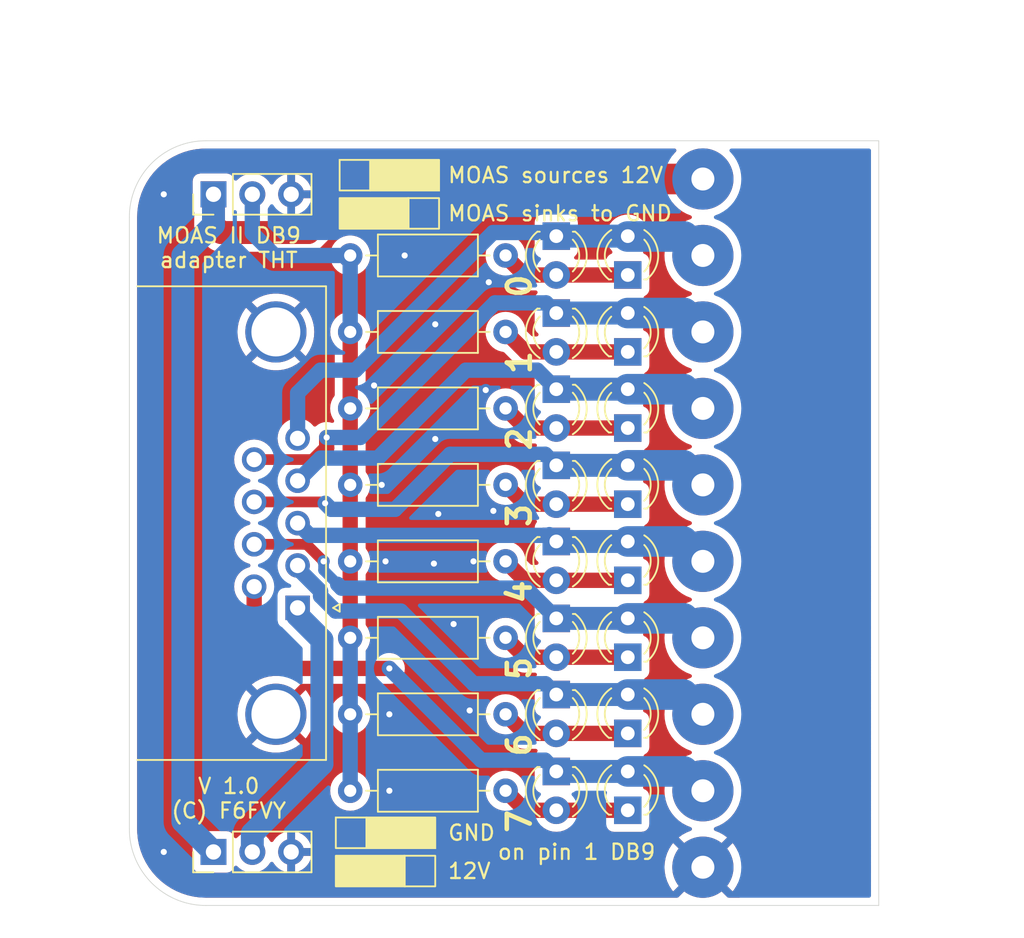
<source format=kicad_pcb>
(kicad_pcb (version 20201002) (generator pcbnew)
  (layers (0 "F.Cu" signal) (31 "B.Cu" signal) (34 "B.Paste" user) (35 "F.Paste" user) (36 "B.SilkS" user "B.Silkscreen") (37 "F.SilkS" user "F.Silkscreen") (38 "B.Mask" user) (39 "F.Mask" user) (44 "Edge.Cuts" user))
  (net 0 "")
  (net 1 "Net-(D1-Pad2)")
  (net 2 "Net-(D1-Pad1)")
  (net 3 "Net-(D10-Pad1)")
  (net 4 "Net-(D10-Pad2)")
  (net 5 "Net-(D11-Pad1)")
  (net 6 "Net-(D11-Pad2)")
  (net 7 "Net-(D12-Pad1)")
  (net 8 "Net-(D12-Pad2)")
  (net 9 "Net-(D13-Pad1)")
  (net 10 "Net-(D13-Pad2)")
  (net 11 "Net-(D14-Pad1)")
  (net 12 "Net-(D14-Pad2)")
  (net 13 "Net-(D15-Pad1)")
  (net 14 "Net-(D15-Pad2)")
  (net 15 "Net-(D16-Pad1)")
  (net 16 "Net-(D16-Pad2)")
  (net 17 "+12V")
  (net 18 "GND")
  (net 19 "Net-(J11-Pad2)")
  (net 20 "Net-(J12-Pad2)")
  (module "LED_THT:LED_D3.0mm" (layer "F.Cu") (at 132.588 58.7756 90)
    (fp_text reference "D9" hide)
    (fp_text value "LED")
    (fp_line (start -0.29 1.08) (end -0.29 1.236) (layer "F.SilkS") (width 0.12))
    (fp_line (start -0.29 -1.236) (end -0.29 -1.08) (layer "F.SilkS") (width 0.12))
    (fp_arc (start 1.27 0) (end -0.29 -1.235516) (angle 108.8) (layer "F.SilkS") (width 0.12))
    (fp_arc (start 1.27 0) (end 0.229039 1.08) (angle -87.9) (layer "F.SilkS") (width 0.12))
    (fp_arc (start 1.27 0) (end -0.29 1.235516) (angle -108.8) (layer "F.SilkS") (width 0.12))
    (fp_arc (start 1.27 0) (end 0.229039 -1.08) (angle 87.9) (layer "F.SilkS") (width 0.12))
    (pad "1" thru_hole rect (at 0 0 90) (size 1.8 1.8) (drill 0.9) (layers *.Cu *.Mask) (net 1 "Net-(D1-Pad2)"))
    (pad "2" thru_hole circle (at 2.54 0 90) (size 1.8 1.8) (drill 0.9) (layers *.Cu *.Mask) (net 2 "Net-(D1-Pad1)"))
  )
  (module "Resistor_THT:R_Axial_DIN0207_L6.3mm_D2.5mm_P10.16mm_Horizontal" (layer "F.Cu") (at 124.6 82.5 180)
    (fp_text reference "R6" hide)
    (fp_text value "4k7")
    (fp_line (start 8.35 1.37) (end 8.35 -1.37) (layer "F.SilkS") (width 0.12))
    (fp_line (start 1.81 1.37) (end 8.35 1.37) (layer "F.SilkS") (width 0.12))
    (fp_line (start 1.04 0) (end 1.81 0) (layer "F.SilkS") (width 0.12))
    (fp_line (start 1.81 -1.37) (end 1.81 1.37) (layer "F.SilkS") (width 0.12))
    (fp_line (start 9.12 0) (end 8.35 0) (layer "F.SilkS") (width 0.12))
    (fp_line (start 8.35 -1.37) (end 1.81 -1.37) (layer "F.SilkS") (width 0.12))
    (pad "1" thru_hole circle (at 0 0 180) (size 1.6 1.6) (drill 0.8) (layers *.Cu *.Mask) (net 11 "Net-(D14-Pad1)"))
    (pad "2" thru_hole oval (at 10.16 0 180) (size 1.6 1.6) (drill 0.8) (layers *.Cu *.Mask) (net 19 "Net-(J11-Pad2)"))
  )
  (module "Connector_Wire:SolderWirePad_1x01_Drill1.5mm" (layer "F.Cu") (at 137.5 77.5)
    (fp_text reference "J6" hide)
    (fp_text value "Conn_01x01")
    (pad "1" thru_hole circle (at 0 0) (size 4.0005 4.0005) (drill 1.50114) (layers *.Cu *.Mask) (net 10 "Net-(D13-Pad2)"))
  )
  (module "LED_THT:LED_D3.0mm" (layer "F.Cu") (at 132.588 83.7692 90)
    (fp_text reference "D14" hide)
    (fp_text value "LED")
    (fp_line (start -0.29 -1.236) (end -0.29 -1.08) (layer "F.SilkS") (width 0.12))
    (fp_line (start -0.29 1.08) (end -0.29 1.236) (layer "F.SilkS") (width 0.12))
    (fp_arc (start 1.27 0) (end -0.29 -1.235516) (angle 108.8) (layer "F.SilkS") (width 0.12))
    (fp_arc (start 1.27 0) (end -0.29 1.235516) (angle -108.8) (layer "F.SilkS") (width 0.12))
    (fp_arc (start 1.27 0) (end 0.229039 -1.08) (angle 87.9) (layer "F.SilkS") (width 0.12))
    (fp_arc (start 1.27 0) (end 0.229039 1.08) (angle -87.9) (layer "F.SilkS") (width 0.12))
    (pad "1" thru_hole rect (at 0 0 90) (size 1.8 1.8) (drill 0.9) (layers *.Cu *.Mask) (net 11 "Net-(D14-Pad1)"))
    (pad "2" thru_hole circle (at 2.54 0 90) (size 1.8 1.8) (drill 0.9) (layers *.Cu *.Mask) (net 12 "Net-(D14-Pad2)"))
  )
  (module "Connector_Wire:SolderWirePad_1x01_Drill1.5mm" (layer "F.Cu") (at 137.5 52.5)
    (fp_text reference "J1" hide)
    (fp_text value "Conn_01x01")
    (pad "1" thru_hole circle (at 0 0) (size 4.0005 4.0005) (drill 1.50114) (layers *.Cu *.Mask) (net 17 "+12V"))
  )
  (module "LED_THT:LED_D3.0mm" (layer "F.Cu") (at 127.9144 91.2368 -90)
    (fp_text reference "D8" hide)
    (fp_text value "LED")
    (fp_line (start -0.29 -1.236) (end -0.29 -1.08) (layer "F.SilkS") (width 0.12))
    (fp_line (start -0.29 1.08) (end -0.29 1.236) (layer "F.SilkS") (width 0.12))
    (fp_arc (start 1.27 0) (end -0.29 1.235516) (angle -108.8) (layer "F.SilkS") (width 0.12))
    (fp_arc (start 1.27 0) (end 0.229039 -1.08) (angle 87.9) (layer "F.SilkS") (width 0.12))
    (fp_arc (start 1.27 0) (end 0.229039 1.08) (angle -87.9) (layer "F.SilkS") (width 0.12))
    (fp_arc (start 1.27 0) (end -0.29 -1.235516) (angle 108.8) (layer "F.SilkS") (width 0.12))
    (pad "1" thru_hole rect (at 0 0 270) (size 1.8 1.8) (drill 0.9) (layers *.Cu *.Mask) (net 16 "Net-(D16-Pad2)"))
    (pad "2" thru_hole circle (at 2.54 0 270) (size 1.8 1.8) (drill 0.9) (layers *.Cu *.Mask) (net 15 "Net-(D16-Pad1)"))
  )
  (module "LED_THT:LED_D3.0mm" (layer "F.Cu") (at 132.588 73.7616 90)
    (fp_text reference "D12" hide)
    (fp_text value "LED")
    (fp_line (start -0.29 1.08) (end -0.29 1.236) (layer "F.SilkS") (width 0.12))
    (fp_line (start -0.29 -1.236) (end -0.29 -1.08) (layer "F.SilkS") (width 0.12))
    (fp_arc (start 1.27 0) (end 0.229039 1.08) (angle -87.9) (layer "F.SilkS") (width 0.12))
    (fp_arc (start 1.27 0) (end -0.29 1.235516) (angle -108.8) (layer "F.SilkS") (width 0.12))
    (fp_arc (start 1.27 0) (end -0.29 -1.235516) (angle 108.8) (layer "F.SilkS") (width 0.12))
    (fp_arc (start 1.27 0) (end 0.229039 -1.08) (angle 87.9) (layer "F.SilkS") (width 0.12))
    (pad "1" thru_hole rect (at 0 0 90) (size 1.8 1.8) (drill 0.9) (layers *.Cu *.Mask) (net 7 "Net-(D12-Pad1)"))
    (pad "2" thru_hole circle (at 2.54 0 90) (size 1.8 1.8) (drill 0.9) (layers *.Cu *.Mask) (net 8 "Net-(D12-Pad2)"))
  )
  (module "LED_THT:LED_D3.0mm" (layer "F.Cu") (at 127.9144 71.2216 -90)
    (fp_text reference "D4" hide)
    (fp_text value "LED")
    (fp_line (start -0.29 1.08) (end -0.29 1.236) (layer "F.SilkS") (width 0.12))
    (fp_line (start -0.29 -1.236) (end -0.29 -1.08) (layer "F.SilkS") (width 0.12))
    (fp_arc (start 1.27 0) (end 0.229039 1.08) (angle -87.9) (layer "F.SilkS") (width 0.12))
    (fp_arc (start 1.27 0) (end -0.29 1.235516) (angle -108.8) (layer "F.SilkS") (width 0.12))
    (fp_arc (start 1.27 0) (end 0.229039 -1.08) (angle 87.9) (layer "F.SilkS") (width 0.12))
    (fp_arc (start 1.27 0) (end -0.29 -1.235516) (angle 108.8) (layer "F.SilkS") (width 0.12))
    (pad "1" thru_hole rect (at 0 0 270) (size 1.8 1.8) (drill 0.9) (layers *.Cu *.Mask) (net 8 "Net-(D12-Pad2)"))
    (pad "2" thru_hole circle (at 2.54 0 270) (size 1.8 1.8) (drill 0.9) (layers *.Cu *.Mask) (net 7 "Net-(D12-Pad1)"))
  )
  (module "Connector_Wire:SolderWirePad_1x01_Drill1.5mm" (layer "F.Cu") (at 137.5 87.5)
    (fp_text reference "J8" hide)
    (fp_text value "Conn_01x01")
    (pad "1" thru_hole circle (at 0 0) (size 4.0005 4.0005) (drill 1.50114) (layers *.Cu *.Mask) (net 14 "Net-(D15-Pad2)"))
  )
  (module "Resistor_THT:R_Axial_DIN0207_L6.3mm_D2.5mm_P10.16mm_Horizontal" (layer "F.Cu") (at 124.6 92.5 180)
    (fp_text reference "R8" hide)
    (fp_text value "4k7")
    (fp_line (start 1.81 -1.37) (end 1.81 1.37) (layer "F.SilkS") (width 0.12))
    (fp_line (start 8.35 1.37) (end 8.35 -1.37) (layer "F.SilkS") (width 0.12))
    (fp_line (start 8.35 -1.37) (end 1.81 -1.37) (layer "F.SilkS") (width 0.12))
    (fp_line (start 1.81 1.37) (end 8.35 1.37) (layer "F.SilkS") (width 0.12))
    (fp_line (start 1.04 0) (end 1.81 0) (layer "F.SilkS") (width 0.12))
    (fp_line (start 9.12 0) (end 8.35 0) (layer "F.SilkS") (width 0.12))
    (pad "1" thru_hole circle (at 0 0 180) (size 1.6 1.6) (drill 0.8) (layers *.Cu *.Mask) (net 15 "Net-(D16-Pad1)"))
    (pad "2" thru_hole oval (at 10.16 0 180) (size 1.6 1.6) (drill 0.8) (layers *.Cu *.Mask) (net 19 "Net-(J11-Pad2)"))
  )
  (module "LED_THT:LED_D3.0mm" (layer "F.Cu") (at 132.588 78.74 90)
    (fp_text reference "D13" hide)
    (fp_text value "LED")
    (fp_line (start -0.29 -1.236) (end -0.29 -1.08) (layer "F.SilkS") (width 0.12))
    (fp_line (start -0.29 1.08) (end -0.29 1.236) (layer "F.SilkS") (width 0.12))
    (fp_arc (start 1.27 0) (end -0.29 1.235516) (angle -108.8) (layer "F.SilkS") (width 0.12))
    (fp_arc (start 1.27 0) (end 0.229039 -1.08) (angle 87.9) (layer "F.SilkS") (width 0.12))
    (fp_arc (start 1.27 0) (end -0.29 -1.235516) (angle 108.8) (layer "F.SilkS") (width 0.12))
    (fp_arc (start 1.27 0) (end 0.229039 1.08) (angle -87.9) (layer "F.SilkS") (width 0.12))
    (pad "1" thru_hole rect (at 0 0 90) (size 1.8 1.8) (drill 0.9) (layers *.Cu *.Mask) (net 9 "Net-(D13-Pad1)"))
    (pad "2" thru_hole circle (at 2.54 0 90) (size 1.8 1.8) (drill 0.9) (layers *.Cu *.Mask) (net 10 "Net-(D13-Pad2)"))
  )
  (module "LED_THT:LED_D3.0mm" (layer "F.Cu") (at 127.9144 66.2432 -90)
    (fp_text reference "D3" hide)
    (fp_text value "LED")
    (fp_line (start -0.29 1.08) (end -0.29 1.236) (layer "F.SilkS") (width 0.12))
    (fp_line (start -0.29 -1.236) (end -0.29 -1.08) (layer "F.SilkS") (width 0.12))
    (fp_arc (start 1.27 0) (end 0.229039 -1.08) (angle 87.9) (layer "F.SilkS") (width 0.12))
    (fp_arc (start 1.27 0) (end -0.29 1.235516) (angle -108.8) (layer "F.SilkS") (width 0.12))
    (fp_arc (start 1.27 0) (end 0.229039 1.08) (angle -87.9) (layer "F.SilkS") (width 0.12))
    (fp_arc (start 1.27 0) (end -0.29 -1.235516) (angle 108.8) (layer "F.SilkS") (width 0.12))
    (pad "1" thru_hole rect (at 0 0 270) (size 1.8 1.8) (drill 0.9) (layers *.Cu *.Mask) (net 6 "Net-(D11-Pad2)"))
    (pad "2" thru_hole circle (at 2.54 0 270) (size 1.8 1.8) (drill 0.9) (layers *.Cu *.Mask) (net 5 "Net-(D11-Pad1)"))
  )
  (module "Resistor_THT:R_Axial_DIN0207_L6.3mm_D2.5mm_P10.16mm_Horizontal" (layer "F.Cu") (at 124.6 62.5 180)
    (fp_text reference "R2" hide)
    (fp_text value "4k7")
    (fp_line (start 8.35 -1.37) (end 1.81 -1.37) (layer "F.SilkS") (width 0.12))
    (fp_line (start 1.04 0) (end 1.81 0) (layer "F.SilkS") (width 0.12))
    (fp_line (start 8.35 1.37) (end 8.35 -1.37) (layer "F.SilkS") (width 0.12))
    (fp_line (start 1.81 -1.37) (end 1.81 1.37) (layer "F.SilkS") (width 0.12))
    (fp_line (start 1.81 1.37) (end 8.35 1.37) (layer "F.SilkS") (width 0.12))
    (fp_line (start 9.12 0) (end 8.35 0) (layer "F.SilkS") (width 0.12))
    (pad "1" thru_hole circle (at 0 0 180) (size 1.6 1.6) (drill 0.8) (layers *.Cu *.Mask) (net 3 "Net-(D10-Pad1)"))
    (pad "2" thru_hole oval (at 10.16 0 180) (size 1.6 1.6) (drill 0.8) (layers *.Cu *.Mask) (net 19 "Net-(J11-Pad2)"))
  )
  (module "Connector_Wire:SolderWirePad_1x01_Drill1.5mm" (layer "F.Cu") (at 137.5 92.5)
    (fp_text reference "J9" hide)
    (fp_text value "Conn_01x01")
    (pad "1" thru_hole circle (at 0 0) (size 4.0005 4.0005) (drill 1.50114) (layers *.Cu *.Mask) (net 16 "Net-(D16-Pad2)"))
  )
  (module "Connector_Wire:SolderWirePad_1x01_Drill1.5mm" (layer "F.Cu") (at 137.5 67.5)
    (fp_text reference "J4" hide)
    (fp_text value "Conn_01x01")
    (pad "1" thru_hole circle (at 0 0) (size 4.0005 4.0005) (drill 1.50114) (layers *.Cu *.Mask) (net 6 "Net-(D11-Pad2)"))
  )
  (module "Connector_Wire:SolderWirePad_1x01_Drill1.5mm" (layer "F.Cu") (at 137.5 72.5)
    (fp_text reference "J5" hide)
    (fp_text value "Conn_01x01")
    (pad "1" thru_hole circle (at 0 0) (size 4.0005 4.0005) (drill 1.50114) (layers *.Cu *.Mask) (net 8 "Net-(D12-Pad2)"))
  )
  (module "Resistor_THT:R_Axial_DIN0207_L6.3mm_D2.5mm_P10.16mm_Horizontal" (layer "F.Cu") (at 124.6 67.5 180)
    (fp_text reference "R3" hide)
    (fp_text value "4k7")
    (fp_line (start 8.35 -1.37) (end 1.81 -1.37) (layer "F.SilkS") (width 0.12))
    (fp_line (start 9.12 0) (end 8.35 0) (layer "F.SilkS") (width 0.12))
    (fp_line (start 1.81 1.37) (end 8.35 1.37) (layer "F.SilkS") (width 0.12))
    (fp_line (start 1.81 -1.37) (end 1.81 1.37) (layer "F.SilkS") (width 0.12))
    (fp_line (start 8.35 1.37) (end 8.35 -1.37) (layer "F.SilkS") (width 0.12))
    (fp_line (start 1.04 0) (end 1.81 0) (layer "F.SilkS") (width 0.12))
    (pad "1" thru_hole circle (at 0 0 180) (size 1.6 1.6) (drill 0.8) (layers *.Cu *.Mask) (net 5 "Net-(D11-Pad1)"))
    (pad "2" thru_hole oval (at 10.16 0 180) (size 1.6 1.6) (drill 0.8) (layers *.Cu *.Mask) (net 19 "Net-(J11-Pad2)"))
  )
  (module "LED_THT:LED_D3.0mm" (layer "F.Cu") (at 127.9144 86.2076 -90)
    (fp_text reference "D7" hide)
    (fp_text value "LED")
    (fp_line (start -0.29 1.08) (end -0.29 1.236) (layer "F.SilkS") (width 0.12))
    (fp_line (start -0.29 -1.236) (end -0.29 -1.08) (layer "F.SilkS") (width 0.12))
    (fp_arc (start 1.27 0) (end 0.229039 -1.08) (angle 87.9) (layer "F.SilkS") (width 0.12))
    (fp_arc (start 1.27 0) (end -0.29 1.235516) (angle -108.8) (layer "F.SilkS") (width 0.12))
    (fp_arc (start 1.27 0) (end -0.29 -1.235516) (angle 108.8) (layer "F.SilkS") (width 0.12))
    (fp_arc (start 1.27 0) (end 0.229039 1.08) (angle -87.9) (layer "F.SilkS") (width 0.12))
    (pad "1" thru_hole rect (at 0 0 270) (size 1.8 1.8) (drill 0.9) (layers *.Cu *.Mask) (net 14 "Net-(D15-Pad2)"))
    (pad "2" thru_hole circle (at 2.54 0 270) (size 1.8 1.8) (drill 0.9) (layers *.Cu *.Mask) (net 13 "Net-(D15-Pad1)"))
  )
  (module "Resistor_THT:R_Axial_DIN0207_L6.3mm_D2.5mm_P10.16mm_Horizontal" (layer "F.Cu") (at 124.6 72.5 180)
    (fp_text reference "R4" hide)
    (fp_text value "4k7")
    (fp_line (start 1.81 -1.37) (end 1.81 1.37) (layer "F.SilkS") (width 0.12))
    (fp_line (start 9.12 0) (end 8.35 0) (layer "F.SilkS") (width 0.12))
    (fp_line (start 8.35 -1.37) (end 1.81 -1.37) (layer "F.SilkS") (width 0.12))
    (fp_line (start 1.81 1.37) (end 8.35 1.37) (layer "F.SilkS") (width 0.12))
    (fp_line (start 8.35 1.37) (end 8.35 -1.37) (layer "F.SilkS") (width 0.12))
    (fp_line (start 1.04 0) (end 1.81 0) (layer "F.SilkS") (width 0.12))
    (pad "1" thru_hole circle (at 0 0 180) (size 1.6 1.6) (drill 0.8) (layers *.Cu *.Mask) (net 7 "Net-(D12-Pad1)"))
    (pad "2" thru_hole oval (at 10.16 0 180) (size 1.6 1.6) (drill 0.8) (layers *.Cu *.Mask) (net 19 "Net-(J11-Pad2)"))
  )
  (module "Connector_Wire:SolderWirePad_1x01_Drill1.5mm" (layer "F.Cu") (at 137.5 62.5)
    (fp_text reference "J3" hide)
    (fp_text value "Conn_01x01")
    (pad "1" thru_hole circle (at 0 0) (size 4.0005 4.0005) (drill 1.50114) (layers *.Cu *.Mask) (net 4 "Net-(D10-Pad2)"))
  )
  (module "LED_THT:LED_D3.0mm" (layer "F.Cu") (at 127.9144 81.2292 -90)
    (fp_text reference "D6" hide)
    (fp_text value "LED")
    (fp_line (start -0.29 -1.236) (end -0.29 -1.08) (layer "F.SilkS") (width 0.12))
    (fp_line (start -0.29 1.08) (end -0.29 1.236) (layer "F.SilkS") (width 0.12))
    (fp_arc (start 1.27 0) (end 0.229039 1.08) (angle -87.9) (layer "F.SilkS") (width 0.12))
    (fp_arc (start 1.27 0) (end 0.229039 -1.08) (angle 87.9) (layer "F.SilkS") (width 0.12))
    (fp_arc (start 1.27 0) (end -0.29 1.235516) (angle -108.8) (layer "F.SilkS") (width 0.12))
    (fp_arc (start 1.27 0) (end -0.29 -1.235516) (angle 108.8) (layer "F.SilkS") (width 0.12))
    (pad "1" thru_hole rect (at 0 0 270) (size 1.8 1.8) (drill 0.9) (layers *.Cu *.Mask) (net 12 "Net-(D14-Pad2)"))
    (pad "2" thru_hole circle (at 2.54 0 270) (size 1.8 1.8) (drill 0.9) (layers *.Cu *.Mask) (net 11 "Net-(D14-Pad1)"))
  )
  (module "LED_THT:LED_D3.0mm" (layer "F.Cu") (at 132.588 63.8048 90)
    (fp_text reference "D10" hide)
    (fp_text value "LED")
    (fp_line (start -0.29 1.08) (end -0.29 1.236) (layer "F.SilkS") (width 0.12))
    (fp_line (start -0.29 -1.236) (end -0.29 -1.08) (layer "F.SilkS") (width 0.12))
    (fp_arc (start 1.27 0) (end -0.29 1.235516) (angle -108.8) (layer "F.SilkS") (width 0.12))
    (fp_arc (start 1.27 0) (end -0.29 -1.235516) (angle 108.8) (layer "F.SilkS") (width 0.12))
    (fp_arc (start 1.27 0) (end 0.229039 -1.08) (angle 87.9) (layer "F.SilkS") (width 0.12))
    (fp_arc (start 1.27 0) (end 0.229039 1.08) (angle -87.9) (layer "F.SilkS") (width 0.12))
    (pad "1" thru_hole rect (at 0 0 90) (size 1.8 1.8) (drill 0.9) (layers *.Cu *.Mask) (net 3 "Net-(D10-Pad1)"))
    (pad "2" thru_hole circle (at 2.54 0 90) (size 1.8 1.8) (drill 0.9) (layers *.Cu *.Mask) (net 4 "Net-(D10-Pad2)"))
  )
  (module "LED_THT:LED_D3.0mm" (layer "F.Cu") (at 127.9144 76.2 -90)
    (fp_text reference "D5" hide)
    (fp_text value "LED")
    (fp_line (start -0.29 1.08) (end -0.29 1.236) (layer "F.SilkS") (width 0.12))
    (fp_line (start -0.29 -1.236) (end -0.29 -1.08) (layer "F.SilkS") (width 0.12))
    (fp_arc (start 1.27 0) (end 0.229039 -1.08) (angle 87.9) (layer "F.SilkS") (width 0.12))
    (fp_arc (start 1.27 0) (end 0.229039 1.08) (angle -87.9) (layer "F.SilkS") (width 0.12))
    (fp_arc (start 1.27 0) (end -0.29 1.235516) (angle -108.8) (layer "F.SilkS") (width 0.12))
    (fp_arc (start 1.27 0) (end -0.29 -1.235516) (angle 108.8) (layer "F.SilkS") (width 0.12))
    (pad "1" thru_hole rect (at 0 0 270) (size 1.8 1.8) (drill 0.9) (layers *.Cu *.Mask) (net 10 "Net-(D13-Pad2)"))
    (pad "2" thru_hole circle (at 2.54 0 270) (size 1.8 1.8) (drill 0.9) (layers *.Cu *.Mask) (net 9 "Net-(D13-Pad1)"))
  )
  (module "LED_THT:LED_D3.0mm" (layer "F.Cu") (at 127.9144 56.2356 -90)
    (fp_text reference "D1" hide)
    (fp_text value "LED")
    (fp_line (start -0.29 1.08) (end -0.29 1.236) (layer "F.SilkS") (width 0.12))
    (fp_line (start -0.29 -1.236) (end -0.29 -1.08) (layer "F.SilkS") (width 0.12))
    (fp_arc (start 1.27 0) (end -0.29 -1.235516) (angle 108.8) (layer "F.SilkS") (width 0.12))
    (fp_arc (start 1.27 0) (end -0.29 1.235516) (angle -108.8) (layer "F.SilkS") (width 0.12))
    (fp_arc (start 1.27 0) (end 0.229039 1.08) (angle -87.9) (layer "F.SilkS") (width 0.12))
    (fp_arc (start 1.27 0) (end 0.229039 -1.08) (angle 87.9) (layer "F.SilkS") (width 0.12))
    (pad "1" thru_hole rect (at 0 0 270) (size 1.8 1.8) (drill 0.9) (layers *.Cu *.Mask) (net 2 "Net-(D1-Pad1)"))
    (pad "2" thru_hole circle (at 2.54 0 270) (size 1.8 1.8) (drill 0.9) (layers *.Cu *.Mask) (net 1 "Net-(D1-Pad2)"))
  )
  (module "Connector_Dsub:DSUB-9_Female_Horizontal_P2.77x2.84mm_EdgePinOffset7.70mm_Housed_MountingHolesOffset9.12mm" (layer "F.Cu") (at 111 80.54 -90)
    (fp_text reference "J13" hide)
    (fp_text value "DB9_Female_MountingHoles")
    (fp_line (start 0.25 -2.754338) (end 0 -2.321325) (layer "F.SilkS") (width 0.12))
    (fp_line (start 0 -2.321325) (end -0.25 -2.754338) (layer "F.SilkS") (width 0.12))
    (fp_line (start -0.25 -2.754338) (end 0.25 -2.754338) (layer "F.SilkS") (width 0.12))
    (fp_line (start -21.025 10.48) (end -21.025 -1.86) (layer "F.SilkS") (width 0.12))
    (fp_line (start -21.025 -1.86) (end 9.945 -1.86) (layer "F.SilkS") (width 0.12))
    (fp_line (start 9.945 -1.86) (end 9.945 10.48) (layer "F.SilkS") (width 0.12))
    (pad "0" thru_hole circle (at -18.04 1.42 270) (size 4 4) (drill 3.2) (layers *.Cu *.Mask) (net 18 "GND"))
    (pad "0" thru_hole circle (at 6.96 1.42 270) (size 4 4) (drill 3.2) (layers *.Cu *.Mask) (net 18 "GND"))
    (pad "1" thru_hole rect (at 0 0 270) (size 1.6 1.6) (drill 1) (layers *.Cu *.Mask) (net 20 "Net-(J12-Pad2)"))
    (pad "2" thru_hole circle (at -2.77 0 270) (size 1.6 1.6) (drill 1) (layers *.Cu *.Mask) (net 14 "Net-(D15-Pad2)"))
    (pad "3" thru_hole circle (at -5.54 0 270) (size 1.6 1.6) (drill 1) (layers *.Cu *.Mask) (net 10 "Net-(D13-Pad2)"))
    (pad "4" thru_hole circle (at -8.31 0 270) (size 1.6 1.6) (drill 1) (layers *.Cu *.Mask) (net 6 "Net-(D11-Pad2)"))
    (pad "5" thru_hole circle (at -11.08 0 270) (size 1.6 1.6) (drill 1) (layers *.Cu *.Mask) (net 2 "Net-(D1-Pad1)"))
    (pad "6" thru_hole circle (at -1.385 2.84 270) (size 1.6 1.6) (drill 1) (layers *.Cu *.Mask) (net 16 "Net-(D16-Pad2)"))
    (pad "7" thru_hole circle (at -4.155 2.84 270) (size 1.6 1.6) (drill 1) (layers *.Cu *.Mask) (net 12 "Net-(D14-Pad2)"))
    (pad "8" thru_hole circle (at -6.925 2.84 270) (size 1.6 1.6) (drill 1) (layers *.Cu *.Mask) (net 8 "Net-(D12-Pad2)"))
    (pad "9" thru_hole circle (at -9.695 2.84 270) (size 1.6 1.6) (drill 1) (layers *.Cu *.Mask) (net 4 "Net-(D10-Pad2)"))
  )
  (module "Resistor_THT:R_Axial_DIN0207_L6.3mm_D2.5mm_P10.16mm_Horizontal" (layer "F.Cu") (at 124.6 87.5 180)
    (fp_text reference "R7" hide)
    (fp_text value "4k7")
    (fp_line (start 1.81 1.37) (end 8.35 1.37) (layer "F.SilkS") (width 0.12))
    (fp_line (start 1.81 -1.37) (end 1.81 1.37) (layer "F.SilkS") (width 0.12))
    (fp_line (start 1.04 0) (end 1.81 0) (layer "F.SilkS") (width 0.12))
    (fp_line (start 8.35 1.37) (end 8.35 -1.37) (layer "F.SilkS") (width 0.12))
    (fp_line (start 8.35 -1.37) (end 1.81 -1.37) (layer "F.SilkS") (width 0.12))
    (fp_line (start 9.12 0) (end 8.35 0) (layer "F.SilkS") (width 0.12))
    (pad "1" thru_hole circle (at 0 0 180) (size 1.6 1.6) (drill 0.8) (layers *.Cu *.Mask) (net 13 "Net-(D15-Pad1)"))
    (pad "2" thru_hole oval (at 10.16 0 180) (size 1.6 1.6) (drill 0.8) (layers *.Cu *.Mask) (net 19 "Net-(J11-Pad2)"))
  )
  (module "LED_THT:LED_D3.0mm" (layer "F.Cu") (at 132.588 88.7476 90)
    (fp_text reference "D15" hide)
    (fp_text value "LED")
    (fp_line (start -0.29 -1.236) (end -0.29 -1.08) (layer "F.SilkS") (width 0.12))
    (fp_line (start -0.29 1.08) (end -0.29 1.236) (layer "F.SilkS") (width 0.12))
    (fp_arc (start 1.27 0) (end 0.229039 1.08) (angle -87.9) (layer "F.SilkS") (width 0.12))
    (fp_arc (start 1.27 0) (end -0.29 1.235516) (angle -108.8) (layer "F.SilkS") (width 0.12))
    (fp_arc (start 1.27 0) (end -0.29 -1.235516) (angle 108.8) (layer "F.SilkS") (width 0.12))
    (fp_arc (start 1.27 0) (end 0.229039 -1.08) (angle 87.9) (layer "F.SilkS") (width 0.12))
    (pad "1" thru_hole rect (at 0 0 90) (size 1.8 1.8) (drill 0.9) (layers *.Cu *.Mask) (net 13 "Net-(D15-Pad1)"))
    (pad "2" thru_hole circle (at 2.54 0 90) (size 1.8 1.8) (drill 0.9) (layers *.Cu *.Mask) (net 14 "Net-(D15-Pad2)"))
  )
  (module "LED_THT:LED_D3.0mm" (layer "F.Cu") (at 132.588 93.7768 90)
    (fp_text reference "D16" hide)
    (fp_text value "LED")
    (fp_line (start -0.29 -1.236) (end -0.29 -1.08) (layer "F.SilkS") (width 0.12))
    (fp_line (start -0.29 1.08) (end -0.29 1.236) (layer "F.SilkS") (width 0.12))
    (fp_arc (start 1.27 0) (end -0.29 1.235516) (angle -108.8) (layer "F.SilkS") (width 0.12))
    (fp_arc (start 1.27 0) (end -0.29 -1.235516) (angle 108.8) (layer "F.SilkS") (width 0.12))
    (fp_arc (start 1.27 0) (end 0.229039 1.08) (angle -87.9) (layer "F.SilkS") (width 0.12))
    (fp_arc (start 1.27 0) (end 0.229039 -1.08) (angle 87.9) (layer "F.SilkS") (width 0.12))
    (pad "1" thru_hole rect (at 0 0 90) (size 1.8 1.8) (drill 0.9) (layers *.Cu *.Mask) (net 15 "Net-(D16-Pad1)"))
    (pad "2" thru_hole circle (at 2.54 0 90) (size 1.8 1.8) (drill 0.9) (layers *.Cu *.Mask) (net 16 "Net-(D16-Pad2)"))
  )
  (module "Connector_PinHeader_2.54mm:PinHeader_1x03_P2.54mm_Vertical" (layer "F.Cu") (at 105.5 96.5 90)
    (fp_text reference "J12" hide)
    (fp_text value "Conn_01x03")
    (fp_line (start -1.33 0) (end -1.33 -1.33) (layer "F.SilkS") (width 0.12))
    (fp_line (start -1.33 1.27) (end 1.33 1.27) (layer "F.SilkS") (width 0.12))
    (fp_line (start -1.33 1.27) (end -1.33 6.41) (layer "F.SilkS") (width 0.12))
    (fp_line (start -1.33 6.41) (end 1.33 6.41) (layer "F.SilkS") (width 0.12))
    (fp_line (start -1.33 -1.33) (end 0 -1.33) (layer "F.SilkS") (width 0.12))
    (fp_line (start 1.33 1.27) (end 1.33 6.41) (layer "F.SilkS") (width 0.12))
    (pad "1" thru_hole rect (at 0 0 90) (size 1.7 1.7) (drill 1) (layers *.Cu *.Mask) (net 17 "+12V"))
    (pad "2" thru_hole oval (at 0 2.54 90) (size 1.7 1.7) (drill 1) (layers *.Cu *.Mask) (net 20 "Net-(J12-Pad2)"))
    (pad "3" thru_hole oval (at 0 5.08 90) (size 1.7 1.7) (drill 1) (layers *.Cu *.Mask) (net 18 "GND"))
  )
  (module "LED_THT:LED_D3.0mm" (layer "F.Cu") (at 132.588 68.7832 90)
    (fp_text reference "D11" hide)
    (fp_text value "LED")
    (fp_line (start -0.29 1.08) (end -0.29 1.236) (layer "F.SilkS") (width 0.12))
    (fp_line (start -0.29 -1.236) (end -0.29 -1.08) (layer "F.SilkS") (width 0.12))
    (fp_arc (start 1.27 0) (end -0.29 -1.235516) (angle 108.8) (layer "F.SilkS") (width 0.12))
    (fp_arc (start 1.27 0) (end 0.229039 1.08) (angle -87.9) (layer "F.SilkS") (width 0.12))
    (fp_arc (start 1.27 0) (end 0.229039 -1.08) (angle 87.9) (layer "F.SilkS") (width 0.12))
    (fp_arc (start 1.27 0) (end -0.29 1.235516) (angle -108.8) (layer "F.SilkS") (width 0.12))
    (pad "1" thru_hole rect (at 0 0 90) (size 1.8 1.8) (drill 0.9) (layers *.Cu *.Mask) (net 5 "Net-(D11-Pad1)"))
    (pad "2" thru_hole circle (at 2.54 0 90) (size 1.8 1.8) (drill 0.9) (layers *.Cu *.Mask) (net 6 "Net-(D11-Pad2)"))
  )
  (module "Connector_PinHeader_2.54mm:PinHeader_1x03_P2.54mm_Vertical" (layer "F.Cu") (at 105.5 53.5 90)
    (fp_text reference "J11" hide)
    (fp_text value "Conn_01x03")
    (fp_line (start -1.33 -1.33) (end 0 -1.33) (layer "F.SilkS") (width 0.12))
    (fp_line (start 1.33 1.27) (end 1.33 6.41) (layer "F.SilkS") (width 0.12))
    (fp_line (start -1.33 0) (end -1.33 -1.33) (layer "F.SilkS") (width 0.12))
    (fp_line (start -1.33 1.27) (end 1.33 1.27) (layer "F.SilkS") (width 0.12))
    (fp_line (start -1.33 6.41) (end 1.33 6.41) (layer "F.SilkS") (width 0.12))
    (fp_line (start -1.33 1.27) (end -1.33 6.41) (layer "F.SilkS") (width 0.12))
    (pad "1" thru_hole rect (at 0 0 90) (size 1.7 1.7) (drill 1) (layers *.Cu *.Mask) (net 17 "+12V"))
    (pad "2" thru_hole oval (at 0 2.54 90) (size 1.7 1.7) (drill 1) (layers *.Cu *.Mask) (net 19 "Net-(J11-Pad2)"))
    (pad "3" thru_hole oval (at 0 5.08 90) (size 1.7 1.7) (drill 1) (layers *.Cu *.Mask) (net 18 "GND"))
  )
  (module "Resistor_THT:R_Axial_DIN0207_L6.3mm_D2.5mm_P10.16mm_Horizontal" (layer "F.Cu") (at 124.6 77.5 180)
    (fp_text reference "R5" hide)
    (fp_text value "4k7")
    (fp_line (start 1.04 0) (end 1.81 0) (layer "F.SilkS") (width 0.12))
    (fp_line (start 8.35 1.37) (end 8.35 -1.37) (layer "F.SilkS") (width 0.12))
    (fp_line (start 8.35 -1.37) (end 1.81 -1.37) (layer "F.SilkS") (width 0.12))
    (fp_line (start 9.12 0) (end 8.35 0) (layer "F.SilkS") (width 0.12))
    (fp_line (start 1.81 1.37) (end 8.35 1.37) (layer "F.SilkS") (width 0.12))
    (fp_line (start 1.81 -1.37) (end 1.81 1.37) (layer "F.SilkS") (width 0.12))
    (pad "1" thru_hole circle (at 0 0 180) (size 1.6 1.6) (drill 0.8) (layers *.Cu *.Mask) (net 9 "Net-(D13-Pad1)"))
    (pad "2" thru_hole oval (at 10.16 0 180) (size 1.6 1.6) (drill 0.8) (layers *.Cu *.Mask) (net 19 "Net-(J11-Pad2)"))
  )
  (module "Connector_Wire:SolderWirePad_1x01_Drill1.5mm" (layer "F.Cu") (at 137.5 82.5)
    (fp_text reference "J7" hide)
    (fp_text value "Conn_01x01")
    (pad "1" thru_hole circle (at 0 0) (size 4.0005 4.0005) (drill 1.50114) (layers *.Cu *.Mask) (net 12 "Net-(D14-Pad2)"))
  )
  (module "LED_THT:LED_D3.0mm" (layer "F.Cu") (at 127.9144 61.2648 -90)
    (fp_text reference "D2" hide)
    (fp_text value "LED")
    (fp_line (start -0.29 -1.236) (end -0.29 -1.08) (layer "F.SilkS") (width 0.12))
    (fp_line (start -0.29 1.08) (end -0.29 1.236) (layer "F.SilkS") (width 0.12))
    (fp_arc (start 1.27 0) (end 0.229039 -1.08) (angle 87.9) (layer "F.SilkS") (width 0.12))
    (fp_arc (start 1.27 0) (end -0.29 -1.235516) (angle 108.8) (layer "F.SilkS") (width 0.12))
    (fp_arc (start 1.27 0) (end 0.229039 1.08) (angle -87.9) (layer "F.SilkS") (width 0.12))
    (fp_arc (start 1.27 0) (end -0.29 1.235516) (angle -108.8) (layer "F.SilkS") (width 0.12))
    (pad "1" thru_hole rect (at 0 0 270) (size 1.8 1.8) (drill 0.9) (layers *.Cu *.Mask) (net 4 "Net-(D10-Pad2)"))
    (pad "2" thru_hole circle (at 2.54 0 270) (size 1.8 1.8) (drill 0.9) (layers *.Cu *.Mask) (net 3 "Net-(D10-Pad1)"))
  )
  (module "Connector_Wire:SolderWirePad_1x01_Drill1.5mm" (layer "F.Cu") (at 137.5 97.5)
    (fp_text reference "J10" hide)
    (fp_text value "Conn_01x01")
    (pad "1" thru_hole circle (at 0 0) (size 4.0005 4.0005) (drill 1.50114) (layers *.Cu *.Mask) (net 18 "GND"))
  )
  (module "Resistor_THT:R_Axial_DIN0207_L6.3mm_D2.5mm_P10.16mm_Horizontal" (layer "F.Cu") (at 124.6 57.5 180)
    (fp_text reference "R1" hide)
    (fp_text value "4k7")
    (fp_line (start 8.35 -1.37) (end 1.81 -1.37) (layer "F.SilkS") (width 0.12))
    (fp_line (start 1.81 1.37) (end 8.35 1.37) (layer "F.SilkS") (width 0.12))
    (fp_line (start 8.35 1.37) (end 8.35 -1.37) (layer "F.SilkS") (width 0.12))
    (fp_line (start 9.12 0) (end 8.35 0) (layer "F.SilkS") (width 0.12))
    (fp_line (start 1.04 0) (end 1.81 0) (layer "F.SilkS") (width 0.12))
    (fp_line (start 1.81 -1.37) (end 1.81 1.37) (layer "F.SilkS") (width 0.12))
    (pad "1" thru_hole circle (at 0 0 180) (size 1.6 1.6) (drill 0.8) (layers *.Cu *.Mask) (net 1 "Net-(D1-Pad2)"))
    (pad "2" thru_hole oval (at 10.16 0 180) (size 1.6 1.6) (drill 0.8) (layers *.Cu *.Mask) (net 19 "Net-(J11-Pad2)"))
  )
  (module "Connector_Wire:SolderWirePad_1x01_Drill1.5mm" (layer "F.Cu") (at 137.5 57.5)
    (fp_text reference "J2" hide)
    (fp_text value "Conn_01x01")
    (pad "1" thru_hole circle (at 0 0) (size 4.0005 4.0005) (drill 1.50114) (layers *.Cu *.Mask) (net 2 "Net-(D1-Pad1)"))
  )
  (gr_rect (start 113.75 51.25) (end 115.75 53.25) (layer "F.SilkS") (width 0.12))
  (gr_rect (start 118.25 53.75) (end 120.25 55.75) (layer "F.SilkS") (width 0.12))
  (gr_poly (pts (xy 118.25 55.75) (xy 113.75 55.75) (xy 113.75 53.75) (xy 118.25 53.75)) (layer "F.SilkS") (width 0.12))
  (gr_rect (start 118 96.75) (end 120 98.75) (layer "F.SilkS") (width 0.12))
  (gr_poly (pts (xy 120.25 53.25) (xy 115.75 53.25) (xy 115.75 51.25) (xy 120.25 51.25)) (layer "F.SilkS") (width 0.12))
  (gr_rect (start 113.5 94.25) (end 115.5 96.25) (layer "F.SilkS") (width 0.12))
  (gr_poly (pts (xy 118 98.75) (xy 113.5 98.75) (xy 113.5 96.75) (xy 118 96.75)) (layer "F.SilkS") (width 0.12))
  (gr_poly (pts (xy 120 96.25) (xy 115.5 96.25) (xy 115.5 94.25) (xy 120 94.25)) (layer "F.SilkS") (width 0.12))
  (gr_line (start 149 50) (end 149 100) (layer "Edge.Cuts") (width 0.05))
  (gr_arc (start 105 95) (end 100 95) (angle -90) (layer "Edge.Cuts") (width 0.05))
  (gr_line (start 149 100) (end 105 100) (layer "Edge.Cuts") (width 0.05))
  (gr_line (start 105 50) (end 149 50) (layer "Edge.Cuts") (width 0.05))
  (gr_arc (start 105 55) (end 105 50) (angle -90) (layer "Edge.Cuts") (width 0.05))
  (gr_line (start 100 55) (end 100 95) (layer "Edge.Cuts") (width 0.05))
  (gr_text "12V" (at 120.75 97.75) (layer "F.SilkS") (effects (font (size 1 1)) (justify left)))
  (gr_text "GND" (at 120.75 95.25) (layer "F.SilkS") (effects (font (size 1 1)) (justify left)))
  (gr_text "V 1.0\n(C) F6FVY" (at 106.5 93) (layer "F.SilkS") (effects (font (size 1 1))))
  (gr_text "1" (at 125.5 64.5 90) (layer "F.SilkS") (effects (font (size 1.5 1.5) (thickness 0.3))))
  (gr_text "2" (at 125.5 69.5 90) (layer "F.SilkS") (effects (font (size 1.5 1.5) (thickness 0.3))))
  (gr_text "MOAS II DB9\nadapter THT" (at 106.5 57) (layer "F.SilkS") (effects (font (size 1 1))))
  (gr_text "MOAS sinks to GND" (at 120.75 54.75) (layer "F.SilkS") (effects (font (size 1 1)) (justify left)))
  (gr_text "MOAS sources 12V" (at 120.75 52.25) (layer "F.SilkS") (effects (font (size 1 1)) (justify left)))
  (gr_text "0" (at 125.5 59.5 90) (layer "F.SilkS") (effects (font (size 1.5 1.5) (thickness 0.3))))
  (gr_text "5" (at 125.5 84.5 90) (layer "F.SilkS") (effects (font (size 1.5 1.5) (thickness 0.3))))
  (gr_text "3" (at 125.5 74.5 90) (layer "F.SilkS") (effects (font (size 1.5 1.5) (thickness 0.3))))
  (gr_text "on pin 1 DB9" (at 124 96.5) (layer "F.SilkS") (effects (font (size 1 1)) (justify left)))
  (gr_text "4" (at 125.5 79.5 90) (layer "F.SilkS") (effects (font (size 1.5 1.5) (thickness 0.3))))
  (gr_text "6" (at 125.5 89.5 90) (layer "F.SilkS") (effects (font (size 1.5 1.5) (thickness 0.3))))
  (gr_text "7" (at 125.5 94.5 90) (layer "F.SilkS") (effects (font (size 1.5 1.5) (thickness 0.3))))
  (segment (start 132.588 58.7756) (end 127.9144 58.7756) (width 1) (layer "F.Cu") (net 1))
  (segment (start 125.829316 58.7756) (end 124.6 57.546284) (width 1) (layer "F.Cu") (net 1))
  (segment (start 127.9144 58.7756) (end 125.829316 58.7756) (width 1) (layer "F.Cu") (net 1))
  (segment (start 124.6 57.546284) (end 124.6 57.5) (width 1) (layer "F.Cu") (net 1))
  (segment (start 111 66.5) (end 111 69.46) (width 1) (layer "B.Cu") (net 2))
  (segment (start 114.779998 65) (end 112.5 65) (width 1) (layer "B.Cu") (net 2))
  (segment (start 137.5 57.5) (end 136.261 56.261) (width 2) (layer "B.Cu") (net 2))
  (segment (start 112.5 65) (end 111 66.5) (width 1) (layer "B.Cu") (net 2))
  (segment (start 127.9144 56.2356) (end 127.678799 55.999999) (width 1) (layer "B.Cu") (net 2))
  (segment (start 127.678799 55.999999) (end 123.779999 55.999999) (width 1) (layer "B.Cu") (net 2))
  (segment (start 132.588 56.2356) (end 127.9144 56.2356) (width 1.5) (layer "B.Cu") (net 2))
  (segment (start 123.779999 55.999999) (end 114.779998 65) (width 1) (layer "B.Cu") (net 2))
  (segment (start 136.261 56.261) (end 132.588 56.261) (width 2) (layer "B.Cu") (net 2))
  (segment (start 125.9048 63.8048) (end 124.6 62.5) (width 1) (layer "F.Cu") (net 3))
  (segment (start 127.9144 63.8048) (end 125.9048 63.8048) (width 1) (layer "F.Cu") (net 3))
  (segment (start 132.588 63.8048) (end 127.9144 63.8048) (width 1) (layer "F.Cu") (net 3))
  (segment (start 112.9 70.1) (end 112.9 69.4) (width 1) (layer "F.Cu") (net 4))
  (segment (start 112.155 70.845) (end 112.9 70.1) (width 1) (layer "F.Cu") (net 4))
  (segment (start 108.16 70.845) (end 112.155 70.845) (width 0.7) (layer "F.Cu") (net 4))
  (via (at 112.9 69.4) (size 0.8) (drill 0.4) (layers "F.Cu" "B.Cu") (net 4))
  (segment (start 115.1 69.4) (end 112.9 69.4) (width 1) (layer "B.Cu") (net 4))
  (segment (start 123.9 60.6) (end 115.1 69.4) (width 1) (layer "B.Cu") (net 4))
  (segment (start 127.9144 61.2648) (end 127.2496 60.6) (width 1) (layer "B.Cu") (net 4))
  (segment (start 127.9144 61.2648) (end 132.588 61.2648) (width 1.5) (layer "B.Cu") (net 4))
  (segment (start 127.2496 60.6) (end 123.9 60.6) (width 1) (layer "B.Cu") (net 4))
  (segment (start 136.2648 61.2648) (end 137.5 62.5) (width 2) (layer "B.Cu") (net 4))
  (segment (start 132.588 61.2648) (end 136.2648 61.2648) (width 2) (layer "B.Cu") (net 4))
  (segment (start 132.588 68.7832) (end 127.9144 68.7832) (width 1) (layer "F.Cu") (net 5))
  (segment (start 124.6 67.5) (end 125.8832 68.7832) (width 1) (layer "F.Cu") (net 5))
  (segment (start 125.8832 68.7832) (end 127.9144 68.7832) (width 1) (layer "F.Cu") (net 5))
  (segment (start 136.2432 66.2432) (end 137.5 67.5) (width 2) (layer "B.Cu") (net 6))
  (segment (start 116.25 70.75) (end 112.5 70.75) (width 1) (layer "B.Cu") (net 6))
  (segment (start 126.6712 65) (end 122 65) (width 1) (layer "B.Cu") (net 6))
  (segment (start 112.25 71) (end 111.02 72.23) (width 1) (layer "B.Cu") (net 6))
  (segment (start 127.9144 66.2432) (end 126.6712 65) (width 1) (layer "B.Cu") (net 6))
  (segment (start 127.9144 66.2432) (end 132.588 66.2432) (width 1.5) (layer "B.Cu") (net 6))
  (segment (start 127.821199 66.149999) (end 127.9144 66.2432) (width 0.7) (layer "B.Cu") (net 6))
  (segment (start 111.02 72.23) (end 111 72.23) (width 1) (layer "B.Cu") (net 6))
  (segment (start 122 65) (end 116.25 70.75) (width 1) (layer "B.Cu") (net 6))
  (segment (start 132.588 66.2432) (end 136.2432 66.2432) (width 2) (layer "B.Cu") (net 6))
  (segment (start 112.5 70.75) (end 112.25 71) (width 1) (layer "B.Cu") (net 6))
  (segment (start 125.8616 73.7616) (end 124.6 72.5) (width 1) (layer "F.Cu") (net 7))
  (segment (start 132.588 73.7616) (end 127.9144 73.7616) (width 1) (layer "F.Cu") (net 7))
  (segment (start 127.9144 73.7616) (end 125.8616 73.7616) (width 1) (layer "F.Cu") (net 7))
  (segment (start 112.715 73.615) (end 112.8 73.7) (width 0.7) (layer "F.Cu") (net 8))
  (segment (start 127.842799 71.149999) (end 127.9144 71.2216) (width 0.7) (layer "F.Cu") (net 8))
  (segment (start 108.16 73.615) (end 112.715 73.615) (width 0.7) (layer "F.Cu") (net 8))
  (via (at 112.8 73.7) (size 0.8) (drill 0.4) (layers "F.Cu" "B.Cu") (net 8))
  (segment (start 120.974927 70.5) (end 117.374928 74.099999) (width 1) (layer "B.Cu") (net 8))
  (segment (start 113.199999 74.099999) (end 112.8 73.7) (width 1) (layer "B.Cu") (net 8))
  (segment (start 127.9144 71.2216) (end 127.842799 71.149999) (width 0.7) (layer "B.Cu") (net 8))
  (segment (start 117.374928 74.099999) (end 113.199999 74.099999) (width 1) (layer "B.Cu") (net 8))
  (segment (start 127.1928 70.5) (end 120.974927 70.5) (width 1) (layer "B.Cu") (net 8))
  (segment (start 127.842799 71.149999) (end 127.1928 70.5) (width 1) (layer "B.Cu") (net 8))
  (segment (start 132.588 71.2216) (end 127.9144 71.2216) (width 1.5) (layer "B.Cu") (net 8))
  (segment (start 132.588 71.2216) (end 136.2216 71.2216) (width 2) (layer "B.Cu") (net 8))
  (segment (start 136.2216 71.2216) (end 137.5 72.5) (width 2) (layer "B.Cu") (net 8))
  (segment (start 132.588 78.74) (end 127.9144 78.74) (width 1) (layer "F.Cu") (net 9))
  (segment (start 124.6 77.5) (end 125.84 78.74) (width 1) (layer "F.Cu") (net 9))
  (segment (start 125.84 78.74) (end 127.9144 78.74) (width 1) (layer "F.Cu") (net 9))
  (segment (start 127.4644 75.75) (end 127.9144 76.2) (width 1) (layer "B.Cu") (net 10))
  (segment (start 132.588 76.2) (end 136.2 76.2) (width 2) (layer "B.Cu") (net 10))
  (segment (start 111.799999 75.799999) (end 127.514399 75.799999) (width 1) (layer "B.Cu") (net 10))
  (segment (start 136.2 76.2) (end 137.5 77.5) (width 2) (layer "B.Cu") (net 10))
  (segment (start 127.9144 76.2) (end 132.588 76.2) (width 1.5) (layer "B.Cu") (net 10))
  (segment (start 111 75) (end 111.799999 75.799999) (width 1) (layer "B.Cu") (net 10))
  (segment (start 127.514399 75.799999) (end 127.9144 76.2) (width 1) (layer "B.Cu") (net 10))
  (segment (start 125.8692 83.7692) (end 127.9144 83.7692) (width 1) (layer "F.Cu") (net 11))
  (segment (start 124.6 82.5) (end 125.8692 83.7692) (width 1) (layer "F.Cu") (net 11))
  (segment (start 132.588 83.7692) (end 127.9144 83.7692) (width 1) (layer "F.Cu") (net 11))
  (segment (start 111.585 76.385) (end 112.7 77.5) (width 0.7) (layer "F.Cu") (net 12))
  (segment (start 108.16 76.385) (end 111.385 76.385) (width 0.7) (layer "F.Cu") (net 12))
  (segment (start 111.385 76.385) (end 111.585 76.385) (width 0.7) (layer "F.Cu") (net 12))
  (via (at 112.7 77.5) (size 0.8) (drill 0.4) (layers "F.Cu" "B.Cu") (net 12))
  (segment (start 112.7 78.080002) (end 112.7 77.5) (width 0.7) (layer "B.Cu") (net 12))
  (segment (start 113.619998 79) (end 112.7 78.080002) (width 0.7) (layer "B.Cu") (net 12))
  (segment (start 132.588 81.2292) (end 136.2292 81.2292) (width 2) (layer "B.Cu") (net 12))
  (segment (start 127.9144 81.2292) (end 132.588 81.2292) (width 1.5) (layer "B.Cu") (net 12))
  (segment (start 136.2292 81.2292) (end 137.5 82.5) (width 2) (layer "B.Cu") (net 12))
  (segment (start 113.619998 79) (end 113.869998 79.25) (width 1) (layer "B.Cu") (net 12))
  (segment (start 113.869998 79.25) (end 125.9352 79.25) (width 1) (layer "B.Cu") (net 12))
  (segment (start 125.9352 79.25) (end 127.9144 81.2292) (width 1) (layer "B.Cu") (net 12))
  (segment (start 124.6 87.5) (end 125.8476 88.7476) (width 1) (layer "F.Cu") (net 13))
  (segment (start 132.588 88.7476) (end 127.9144 88.7476) (width 1) (layer "F.Cu") (net 13))
  (segment (start 125.8476 88.7476) (end 127.9144 88.7476) (width 1) (layer "F.Cu") (net 13))
  (segment (start 136.2076 86.2076) (end 137.5 87.5) (width 2) (layer "B.Cu") (net 14))
  (segment (start 113.48 80.75) (end 117.75 80.75) (width 1) (layer "B.Cu") (net 14))
  (segment (start 117.75 80.75) (end 122.5 85.5) (width 1) (layer "B.Cu") (net 14))
  (segment (start 111 77.77) (end 111 77.950036) (width 1) (layer "B.Cu") (net 14))
  (segment (start 127.9144 86.2076) (end 132.588 86.2076) (width 1.5) (layer "B.Cu") (net 14))
  (segment (start 111 77.950036) (end 112.50001 79.450046) (width 1) (layer "B.Cu") (net 14))
  (segment (start 122.5 85.5) (end 127.2068 85.5) (width 1) (layer "B.Cu") (net 14))
  (segment (start 132.588 86.2076) (end 136.2076 86.2076) (width 2) (layer "B.Cu") (net 14))
  (segment (start 127.2068 85.5) (end 127.9144 86.2076) (width 1) (layer "B.Cu") (net 14))
  (segment (start 112.50001 79.77001) (end 113.48 80.75) (width 1) (layer "B.Cu") (net 14))
  (segment (start 112.50001 79.450046) (end 112.50001 79.77001) (width 1) (layer "B.Cu") (net 14))
  (segment (start 125.8768 93.7768) (end 127.9144 93.7768) (width 1) (layer "F.Cu") (net 15))
  (segment (start 132.588 93.7768) (end 127.9144 93.7768) (width 1) (layer "F.Cu") (net 15))
  (segment (start 124.6 92.5) (end 125.8768 93.7768) (width 1) (layer "F.Cu") (net 15))
  (segment (start 108.16 81.66) (end 111 84.5) (width 1) (layer "F.Cu") (net 16))
  (segment (start 111 84.5) (end 117 84.5) (width 1) (layer "F.Cu") (net 16))
  (segment (start 108.16 79.155) (end 108.16 81.66) (width 1) (layer "F.Cu") (net 16))
  (via (at 117 84.5) (size 0.8) (drill 0.4) (layers "F.Cu" "B.Cu") (net 16))
  (segment (start 127.9144 91.2368) (end 132.588 91.2368) (width 1.5) (layer "B.Cu") (net 16))
  (segment (start 127.9144 91.2368) (end 127.1776 90.5) (width 1) (layer "B.Cu") (net 16))
  (segment (start 123 90.5) (end 117 84.5) (width 1) (layer "B.Cu") (net 16))
  (segment (start 136.2368 91.2368) (end 137.5 92.5) (width 2) (layer "B.Cu") (net 16))
  (segment (start 132.588 91.2368) (end 136.2368 91.2368) (width 2) (layer "B.Cu") (net 16))
  (segment (start 127.1776 90.5) (end 123 90.5) (width 1) (layer "B.Cu") (net 16))
  (segment (start 132.5 52.5) (end 137.5 52.5) (width 2) (layer "F.Cu") (net 17))
  (segment (start 115.2 52.5) (end 132.5 52.5) (width 1.5) (layer "F.Cu") (net 17))
  (segment (start 111.7 56) (end 115.2 52.5) (width 1.5) (layer "F.Cu") (net 17))
  (segment (start 105.5 55.5) (end 106 56) (width 1.5) (layer "F.Cu") (net 17))
  (segment (start 105.5 53.5) (end 105.5 55.5) (width 1.5) (layer "F.Cu") (net 17))
  (segment (start 106 56) (end 111.7 56) (width 1.5) (layer "F.Cu") (net 17))
  (segment (start 103.5 94.5) (end 105.5 96.5) (width 1.5) (layer "B.Cu") (net 17))
  (segment (start 105.5 55.5) (end 103.5 57.5) (width 1.5) (layer "B.Cu") (net 17))
  (segment (start 103.5 57.5) (end 103.5 94.5) (width 1.5) (layer "B.Cu") (net 17))
  (segment (start 105.5 53.5) (end 105.5 55.5) (width 1.5) (layer "B.Cu") (net 17))
  (via (at 119.91303 77.647407) (size 0.8) (drill 0.4) (layers "F.Cu" "B.Cu") (net 18))
  (via (at 123.8 74.2) (size 0.8) (drill 0.4) (layers "F.Cu" "B.Cu") (net 18))
  (via (at 102.25 53.5) (size 0.8) (drill 0.4) (layers "F.Cu" "B.Cu") (net 18))
  (via (at 122.5 77.5) (size 0.8) (drill 0.4) (layers "F.Cu" "B.Cu") (net 18))
  (via (at 102.25 96.5) (size 0.8) (drill 0.4) (layers "F.Cu" "B.Cu") (net 18))
  (via (at 122.25 87.25) (size 0.8) (drill 0.4) (layers "F.Cu" "B.Cu") (net 18))
  (via (at 121.2 81.6) (size 0.8) (drill 0.4) (layers "F.Cu" "B.Cu") (net 18))
  (via (at 120 62) (size 0.8) (drill 0.4) (layers "F.Cu" "B.Cu") (net 18))
  (via (at 116 66) (size 0.8) (drill 0.4) (layers "F.Cu" "B.Cu") (net 18))
  (via (at 123.3 66.3) (size 0.8) (drill 0.4) (layers "F.Cu" "B.Cu") (net 18))
  (via (at 117 92.5) (size 0.8) (drill 0.4) (layers "F.Cu" "B.Cu") (net 18))
  (via (at 117 87.5) (size 0.8) (drill 0.4) (layers "F.Cu" "B.Cu") (net 18))
  (via (at 120.2 74.4) (size 0.8) (drill 0.4) (layers "F.Cu" "B.Cu") (net 18))
  (via (at 118 57.5) (size 0.8) (drill 0.4) (layers "F.Cu" "B.Cu") (net 18))
  (via (at 123.5 59.25) (size 0.8) (drill 0.4) (layers "F.Cu" "B.Cu") (net 18))
  (via (at 120 69.5) (size 0.8) (drill 0.4) (layers "F.Cu" "B.Cu") (net 18))
  (via (at 116.5 72.5) (size 0.8) (drill 0.4) (layers "F.Cu" "B.Cu") (net 18))
  (via (at 116.75 77.5) (size 0.8) (drill 0.4) (layers "F.Cu" "B.Cu") (net 18))
  (segment (start 114.44 82.5) (end 114.44 77.5) (width 1) (layer "F.Cu") (net 19))
  (segment (start 114.44 67.5) (end 114.44 62.5) (width 1) (layer "F.Cu") (net 19))
  (segment (start 114.44 77.5) (end 114.44 72.5) (width 1) (layer "F.Cu") (net 19))
  (segment (start 114.44 72.5) (end 114.44 67.5) (width 1) (layer "F.Cu") (net 19))
  (segment (start 108.04 56.04) (end 109.5 57.5) (width 1) (layer "B.Cu") (net 19))
  (segment (start 108.04 53.5) (end 108.04 56.04) (width 1) (layer "B.Cu") (net 19))
  (segment (start 114.44 57.5) (end 114.44 62.5) (width 1) (layer "B.Cu") (net 19))
  (segment (start 109.5 57.5) (end 114.44 57.5) (width 1) (layer "B.Cu") (net 19))
  (segment (start 114.44 82.5) (end 114.44 87.5) (width 1) (layer "B.Cu") (net 19))
  (segment (start 114.44 87.5) (end 114.44 92.5) (width 1) (layer "B.Cu") (net 19))
  (segment (start 111 80.54) (end 111 81.04) (width 1.5) (layer "B.Cu") (net 20))
  (segment (start 112.589999 90.74792) (end 108.04 95.297919) (width 1.5) (layer "B.Cu") (net 20))
  (segment (start 111 81.04) (end 112.589999 82.629999) (width 1.5) (layer "B.Cu") (net 20))
  (segment (start 108.04 95.297919) (end 108.04 96.5) (width 1.5) (layer "B.Cu") (net 20))
  (segment (start 112.589999 82.629999) (end 112.589999 90.74792) (width 1.5) (layer "B.Cu") (net 20))
  (zone (net 18) (net_name "GND") (layer "F.Cu") (connect_pads (clearance 0.508)) (min_thickness 0.254) (fill yes (thermal_gap 0.508) (thermal_bridge_width 0.508))
    (polygon (pts (xy 140 102) (xy 98 102) (xy 98 48) (xy 140 48)))
  )
  (zone (net 18) (net_name "GND") (layer "B.Cu") (connect_pads (clearance 0.508)) (min_thickness 0.254) (fill yes (thermal_gap 0.508) (thermal_bridge_width 0.508))
    (polygon (pts (xy 150.5 100.75) (xy 99 101) (xy 99 49) (xy 150 49)))
  )
)
</source>
